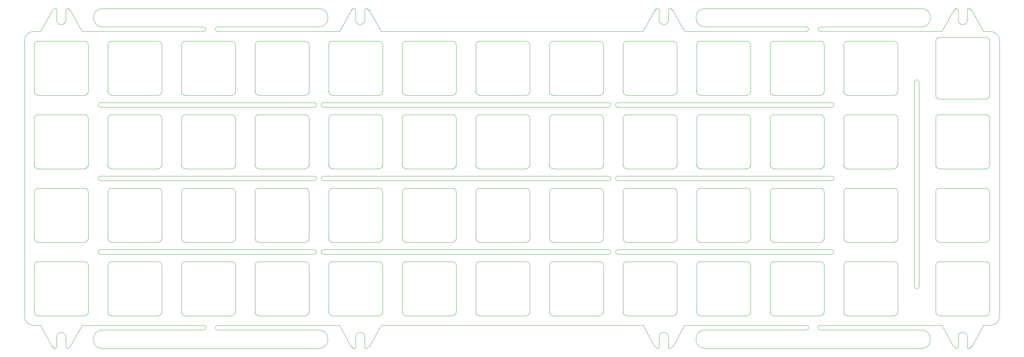
<source format=gbr>
G04 #@! TF.GenerationSoftware,KiCad,Pcbnew,(6.0.1-0)*
G04 #@! TF.CreationDate,2022-04-26T12:30:30-05:00*
G04 #@! TF.ProjectId,plate,706c6174-652e-46b6-9963-61645f706362,rev?*
G04 #@! TF.SameCoordinates,Original*
G04 #@! TF.FileFunction,Profile,NP*
%FSLAX46Y46*%
G04 Gerber Fmt 4.6, Leading zero omitted, Abs format (unit mm)*
G04 Created by KiCad (PCBNEW (6.0.1-0)) date 2022-04-26 12:30:30*
%MOMM*%
%LPD*%
G01*
G04 APERTURE LIST*
G04 #@! TA.AperFunction,Profile*
%ADD10C,0.050000*%
G04 #@! TD*
G04 #@! TA.AperFunction,Profile*
%ADD11C,0.100000*%
G04 #@! TD*
G04 APERTURE END LIST*
D10*
X376833129Y-106561027D02*
X376833129Y-53578170D01*
X378023755Y-106561027D02*
X378023755Y-53578170D01*
X376833129Y-106561027D02*
G75*
G03*
X378023755Y-106561027I595313J0D01*
G01*
X378023755Y-53578170D02*
G75*
G03*
X376833129Y-53578170I-595313J0D01*
G01*
X223837688Y-60126613D02*
X297656500Y-60126613D01*
X223837688Y-58935987D02*
X297656500Y-58935987D01*
X223837688Y-79176629D02*
X297656500Y-79176629D01*
X223837688Y-77986003D02*
X297656500Y-77986003D01*
X300037752Y-79176629D02*
X355401861Y-79176629D01*
X300037752Y-77986003D02*
X355401861Y-77986003D01*
X300037752Y-60126613D02*
X355401861Y-60126613D01*
X300037752Y-58935987D02*
X355401861Y-58935987D01*
X166092327Y-60126613D02*
X221456436Y-60126613D01*
X166092327Y-58935987D02*
X221456436Y-58935987D01*
X166092327Y-77986003D02*
X221456436Y-77986003D01*
X166092327Y-79176629D02*
X221456436Y-79176629D01*
X166092327Y-97036019D02*
X221456436Y-97036019D01*
X221456436Y-98226645D02*
X166092327Y-98226645D01*
X297656500Y-98226645D02*
X223837688Y-98226645D01*
X223837688Y-97036019D02*
X297656500Y-97036019D01*
X223837688Y-97036019D02*
G75*
G03*
X223837688Y-98226645I0J-595313D01*
G01*
X221456436Y-98226645D02*
G75*
G03*
X221456436Y-97036019I0J595313D01*
G01*
X355401861Y-98226645D02*
X300037752Y-98226645D01*
X300037752Y-97036019D02*
X355401861Y-97036019D01*
X300037752Y-97036019D02*
G75*
G03*
X300037752Y-98226645I0J-595313D01*
G01*
X297656500Y-98226645D02*
G75*
G03*
X297656500Y-97036019I0J595313D01*
G01*
X300037752Y-77986003D02*
G75*
G03*
X300037752Y-79176629I0J-595313D01*
G01*
X297656500Y-79176629D02*
G75*
G03*
X297656500Y-77986003I0J595313D01*
G01*
X300037752Y-58935987D02*
G75*
G03*
X300037752Y-60126613I0J-595313D01*
G01*
X297656500Y-60126613D02*
G75*
G03*
X297656500Y-58935987I0J595313D01*
G01*
X223837688Y-77986003D02*
G75*
G03*
X223837688Y-79176629I0J-595313D01*
G01*
X221456436Y-79176629D02*
G75*
G03*
X221456436Y-77986003I0J595313D01*
G01*
X223837688Y-58935987D02*
G75*
G03*
X223837688Y-60126613I0J-595313D01*
G01*
X221456436Y-60126613D02*
G75*
G03*
X221456436Y-58935987I0J595313D01*
G01*
X396479634Y-116681404D02*
G75*
G03*
X398860894Y-114300144I0J2381260D01*
G01*
X396479634Y-116681404D02*
X394693747Y-116681516D01*
X398860894Y-42862716D02*
G75*
G03*
X396479634Y-40481456I-2381260J0D01*
G01*
X396479634Y-40481456D02*
X394693747Y-40481452D01*
X306587423Y-40481452D02*
X238721741Y-40481452D01*
X150615417Y-40481452D02*
X148829842Y-40481468D01*
X148829842Y-116681404D02*
X150615417Y-116681404D01*
X238721741Y-116681535D02*
X306587423Y-116681516D01*
X146448582Y-42862728D02*
X146448582Y-114300156D01*
X148829842Y-40481468D02*
G75*
G03*
X146448582Y-42862728I0J-2381260D01*
G01*
X352425296Y-116681348D02*
X383978113Y-116681516D01*
X231875641Y-122634543D02*
G75*
G03*
X232173390Y-122336887I93J297656D01*
G01*
X222649686Y-122635374D02*
G75*
G03*
X222649686Y-117872198I0J2381588D01*
G01*
X352427752Y-39290994D02*
G75*
G03*
X352427752Y-40481620I0J-595313D01*
G01*
X310159301Y-34528322D02*
X310456870Y-34528444D01*
X390526644Y-122336775D02*
G75*
G03*
X390824300Y-122634524I297656J-93D01*
G01*
X386954678Y-122039333D02*
G75*
G03*
X387549991Y-122634646I2381281J1785968D01*
G01*
X166092327Y-97036019D02*
G75*
G03*
X166092327Y-98226645I0J-595313D01*
G01*
X313135866Y-37504887D02*
X313135774Y-34826100D01*
X313135954Y-122336775D02*
X313135866Y-119658081D01*
X157163860Y-37504887D02*
X157163768Y-34826100D01*
X352425296Y-116681348D02*
G75*
G03*
X352425296Y-117871974I0J-595313D01*
G01*
X158354486Y-35123635D02*
X161331051Y-40481452D01*
X352425296Y-117871974D02*
X378621692Y-117872310D01*
X230982672Y-122039352D02*
G75*
G03*
X231577985Y-122634665I2381281J1785968D01*
G01*
X154782520Y-34826193D02*
X154782608Y-37504887D01*
X310456957Y-122634524D02*
G75*
G03*
X310754706Y-122336868I93J297656D01*
G01*
X230982672Y-122039352D02*
X228006107Y-116681535D01*
X228006107Y-40481452D02*
X196455746Y-40481620D01*
X383978113Y-40481452D02*
X352427752Y-40481620D01*
X313433523Y-34528444D02*
G75*
G03*
X313135774Y-34826100I-93J-297656D01*
G01*
X146448582Y-114300156D02*
G75*
G03*
X148829842Y-116681416I2381260J0D01*
G01*
X390824213Y-34528444D02*
X391121869Y-34528322D01*
X352427752Y-39290994D02*
X378621524Y-39291330D01*
X378621692Y-122635486D02*
G75*
G03*
X378621692Y-117872310I0J2381588D01*
G01*
X387847647Y-122634524D02*
G75*
G03*
X388145396Y-122336868I93J297656D01*
G01*
X348855874Y-39290994D02*
X322659478Y-39290658D01*
X313731179Y-122634646D02*
X313433610Y-122634524D01*
X388145304Y-37504887D02*
G75*
G03*
X390526556Y-37504887I1190626J0D01*
G01*
X231875641Y-122634543D02*
X231577985Y-122634665D01*
X310754614Y-119658081D02*
X310754706Y-122336868D01*
X390526644Y-122336775D02*
X390526556Y-119658081D01*
X387549991Y-34528322D02*
X387847560Y-34528444D01*
X388145216Y-34826193D02*
X388145304Y-37504887D01*
X222649518Y-39291330D02*
G75*
G03*
X222649518Y-34528154I0J2381588D01*
G01*
X154187295Y-34528322D02*
X154484864Y-34528444D01*
X391717182Y-35123635D02*
X394693747Y-40481452D01*
X378621524Y-39291330D02*
G75*
G03*
X378621524Y-34528154I0J2381588D01*
G01*
X161331051Y-116681404D02*
X192881412Y-116681236D01*
X355401861Y-98226645D02*
G75*
G03*
X355401861Y-97036019I0J595313D01*
G01*
X390824213Y-34528444D02*
G75*
G03*
X390526464Y-34826100I-93J-297656D01*
G01*
X309563988Y-122039333D02*
G75*
G03*
X310159301Y-122634646I2381281J1785968D01*
G01*
X309563988Y-35123635D02*
X306587423Y-40481452D01*
X348855874Y-40481620D02*
G75*
G03*
X348855874Y-39290994I0J595313D01*
G01*
X196453290Y-116681236D02*
G75*
G03*
X196453290Y-117871862I0J-595313D01*
G01*
X313433523Y-34528444D02*
X313731179Y-34528322D01*
X232173210Y-34826193D02*
G75*
G03*
X231875554Y-34528444I-297656J93D01*
G01*
X348853418Y-117871974D02*
G75*
G03*
X348853418Y-116681348I0J595313D01*
G01*
X232173210Y-34826193D02*
X232173298Y-37504887D01*
X153592342Y-122039221D02*
G75*
G03*
X154187655Y-122634534I2381281J1785968D01*
G01*
X355401861Y-60126613D02*
G75*
G03*
X355401861Y-58935987I0J595313D01*
G01*
X234554550Y-119658100D02*
G75*
G03*
X232173298Y-119658100I-1190626J0D01*
G01*
X192881412Y-117871862D02*
G75*
G03*
X192881412Y-116681236I0J595313D01*
G01*
X192883868Y-40481620D02*
X161331051Y-40481452D01*
X388145216Y-34826193D02*
G75*
G03*
X387847560Y-34528444I-297656J93D01*
G01*
X231577985Y-34528322D02*
X231875554Y-34528444D01*
X391717182Y-35123635D02*
G75*
G03*
X391121869Y-34528322I-2381281J-1785968D01*
G01*
X234554550Y-37504887D02*
X234554458Y-34826100D01*
X387549991Y-34528322D02*
G75*
G03*
X386954678Y-35123635I1785968J-2381281D01*
G01*
X317303057Y-116681516D02*
X348853418Y-116681348D01*
X230982672Y-35123635D02*
X228006107Y-40481452D01*
X157164220Y-119657969D02*
X157164308Y-122336663D01*
X234852207Y-34528444D02*
X235149863Y-34528322D01*
X154782608Y-37504887D02*
G75*
G03*
X157163860Y-37504887I1190626J0D01*
G01*
X310456957Y-122634524D02*
X310159301Y-122634646D01*
X398860894Y-114300144D02*
X398860894Y-42862716D01*
X314326492Y-35123635D02*
X317303057Y-40481452D01*
X232173298Y-37504887D02*
G75*
G03*
X234554550Y-37504887I1190626J0D01*
G01*
X154782968Y-119657969D02*
X154783060Y-122336756D01*
X234852207Y-34528444D02*
G75*
G03*
X234554458Y-34826100I-93J-297656D01*
G01*
X166687640Y-117871526D02*
G75*
G03*
X166687640Y-122634702I0J-2381588D01*
G01*
X157759533Y-122634534D02*
G75*
G03*
X158354846Y-122039221I-1785968J2381281D01*
G01*
X196455914Y-117871862D02*
X222649686Y-117872198D01*
X166092327Y-77986003D02*
G75*
G03*
X166092327Y-79176629I0J-595313D01*
G01*
X158354846Y-122039221D02*
X161331051Y-116681404D01*
X166687472Y-34527482D02*
X222649518Y-34528154D01*
X313135954Y-122336775D02*
G75*
G03*
X313433610Y-122634524I297656J-93D01*
G01*
X196455746Y-39290994D02*
X222649518Y-39291330D01*
X166092327Y-58935987D02*
G75*
G03*
X166092327Y-60126613I0J-595313D01*
G01*
X322659646Y-117871638D02*
G75*
G03*
X322659646Y-122634814I0J-2381588D01*
G01*
X314326492Y-35123635D02*
G75*
G03*
X313731179Y-34528322I-2381281J-1785968D01*
G01*
X322659478Y-34527482D02*
X378621524Y-34528154D01*
X313731179Y-122634646D02*
G75*
G03*
X314326492Y-122039333I-1785968J2381281D01*
G01*
X309563988Y-122039333D02*
X306587423Y-116681516D01*
X154187295Y-34528322D02*
G75*
G03*
X153591982Y-35123635I1785968J-2381281D01*
G01*
X386954678Y-122039333D02*
X383978113Y-116681516D01*
X310754526Y-34826193D02*
G75*
G03*
X310456870Y-34528444I-297656J93D01*
G01*
X154485311Y-122634412D02*
G75*
G03*
X154783060Y-122336756I93J297656D01*
G01*
X310159301Y-34528322D02*
G75*
G03*
X309563988Y-35123635I1785968J-2381281D01*
G01*
X391121869Y-122634646D02*
X390824300Y-122634524D01*
X157461517Y-34528444D02*
G75*
G03*
X157163768Y-34826100I-93J-297656D01*
G01*
X388145304Y-119658081D02*
X388145396Y-122336868D01*
X153592342Y-122039221D02*
X150615417Y-116681404D01*
X154485311Y-122634412D02*
X154187655Y-122634534D01*
X235745176Y-35123635D02*
G75*
G03*
X235149863Y-34528322I-2381281J-1785968D01*
G01*
X235745176Y-122039352D02*
X238721741Y-116681535D01*
X391121869Y-122634646D02*
G75*
G03*
X391717182Y-122039333I-1785968J2381281D01*
G01*
X157164308Y-122336663D02*
G75*
G03*
X157461964Y-122634412I297656J-93D01*
G01*
X158354486Y-35123635D02*
G75*
G03*
X157759173Y-34528322I-2381281J-1785968D01*
G01*
X390526556Y-119658081D02*
G75*
G03*
X388145304Y-119658081I-1190626J0D01*
G01*
X231577985Y-34528322D02*
G75*
G03*
X230982672Y-35123635I1785968J-2381281D01*
G01*
X192883868Y-39290994D02*
X166687472Y-39290658D01*
X192883868Y-40481620D02*
G75*
G03*
X192883868Y-39290994I0J595313D01*
G01*
X234554638Y-122336794D02*
X234554550Y-119658100D01*
X391717182Y-122039333D02*
X394693747Y-116681516D01*
X310754614Y-37504887D02*
G75*
G03*
X313135866Y-37504887I1190626J0D01*
G01*
X154782520Y-34826193D02*
G75*
G03*
X154484864Y-34528444I-297656J93D01*
G01*
X322659478Y-34527482D02*
G75*
G03*
X322659478Y-39290658I0J-2381588D01*
G01*
X390526556Y-37504887D02*
X390526464Y-34826100D01*
X386954678Y-35123635D02*
X383978113Y-40481452D01*
X232173298Y-119658100D02*
X232173390Y-122336887D01*
X348853418Y-117871974D02*
X322659646Y-117871638D01*
X348855874Y-40481620D02*
X317303057Y-40481452D01*
X387847647Y-122634524D02*
X387549991Y-122634646D01*
X196455746Y-39290994D02*
G75*
G03*
X196455746Y-40481620I0J-595313D01*
G01*
X166687640Y-122634702D02*
X222649686Y-122635374D01*
X313135866Y-119658081D02*
G75*
G03*
X310754614Y-119658081I-1190626J0D01*
G01*
X234554638Y-122336794D02*
G75*
G03*
X234852294Y-122634543I297656J-93D01*
G01*
X153591982Y-35123635D02*
X150615417Y-40481452D01*
X314326492Y-122039333D02*
X317303057Y-116681516D01*
X157461517Y-34528444D02*
X157759173Y-34528322D01*
X310754526Y-34826193D02*
X310754614Y-37504887D01*
X192881412Y-117871862D02*
X166687640Y-117871526D01*
X196453290Y-116681236D02*
X228006107Y-116681404D01*
X235149863Y-122634665D02*
X234852294Y-122634543D01*
X235149863Y-122634665D02*
G75*
G03*
X235745176Y-122039352I-1785968J2381281D01*
G01*
X355401861Y-79176629D02*
G75*
G03*
X355401861Y-77986003I0J595313D01*
G01*
X157164220Y-119657969D02*
G75*
G03*
X154782968Y-119657969I-1190626J0D01*
G01*
X157461964Y-122634412D02*
X157759533Y-122634534D01*
X378621692Y-122635486D02*
X322659646Y-122634814D01*
X235745176Y-35123635D02*
X238721741Y-40481452D01*
X166687472Y-34527482D02*
G75*
G03*
X166687472Y-39290658I0J-2381588D01*
G01*
X148972530Y-56006460D02*
X148972530Y-44006460D01*
X149972530Y-57006460D02*
X161972530Y-57006460D01*
X149972530Y-43006460D02*
X161972530Y-43006460D01*
X162972530Y-44006460D02*
X162972530Y-56006460D01*
X161972530Y-57006460D02*
G75*
G03*
X162972530Y-56006460I1J999999D01*
G01*
X162972530Y-44006460D02*
G75*
G03*
X161972530Y-43006460I-999999J1D01*
G01*
X148972530Y-56006460D02*
G75*
G03*
X149972530Y-57006460I999999J-1D01*
G01*
X149972530Y-43006460D02*
G75*
G03*
X148972530Y-44006460I-1J-999999D01*
G01*
X168022610Y-56006460D02*
X168022610Y-44006460D01*
X169022610Y-43006460D02*
X181022610Y-43006460D01*
X182022610Y-44006460D02*
X182022610Y-56006460D01*
X169022610Y-57006460D02*
X181022610Y-57006460D01*
X182022610Y-44006460D02*
G75*
G03*
X181022610Y-43006460I-999999J1D01*
G01*
X168022610Y-56006460D02*
G75*
G03*
X169022610Y-57006460I999999J-1D01*
G01*
X181022610Y-57006460D02*
G75*
G03*
X182022610Y-56006460I1J999999D01*
G01*
X169022610Y-43006460D02*
G75*
G03*
X168022610Y-44006460I-1J-999999D01*
G01*
X188072690Y-57006460D02*
X200072690Y-57006460D01*
X187072690Y-56006460D02*
X187072690Y-44006460D01*
X201072690Y-44006460D02*
X201072690Y-56006460D01*
X188072690Y-43006460D02*
X200072690Y-43006460D01*
X200072690Y-57006460D02*
G75*
G03*
X201072690Y-56006460I1J999999D01*
G01*
X188072690Y-43006460D02*
G75*
G03*
X187072690Y-44006460I-1J-999999D01*
G01*
X187072690Y-56006460D02*
G75*
G03*
X188072690Y-57006460I999999J-1D01*
G01*
X201072690Y-44006460D02*
G75*
G03*
X200072690Y-43006460I-999999J1D01*
G01*
X206122770Y-56006460D02*
X206122770Y-44006460D01*
X207122770Y-57006460D02*
X219122770Y-57006460D01*
X207122770Y-43006460D02*
X219122770Y-43006460D01*
X220122770Y-44006460D02*
X220122770Y-56006460D01*
X207122770Y-43006460D02*
G75*
G03*
X206122770Y-44006460I-1J-999999D01*
G01*
X219122770Y-57006460D02*
G75*
G03*
X220122770Y-56006460I1J999999D01*
G01*
X220122770Y-44006460D02*
G75*
G03*
X219122770Y-43006460I-999999J1D01*
G01*
X206122770Y-56006460D02*
G75*
G03*
X207122770Y-57006460I999999J-1D01*
G01*
X239172850Y-44006460D02*
X239172850Y-56006460D01*
X225172850Y-56006460D02*
X225172850Y-44006460D01*
X226172850Y-57006460D02*
X238172850Y-57006460D01*
X226172850Y-43006460D02*
X238172850Y-43006460D01*
X226172850Y-43006460D02*
G75*
G03*
X225172850Y-44006460I-1J-999999D01*
G01*
X225172850Y-56006460D02*
G75*
G03*
X226172850Y-57006460I999999J-1D01*
G01*
X239172850Y-44006460D02*
G75*
G03*
X238172850Y-43006460I-999999J1D01*
G01*
X238172850Y-57006460D02*
G75*
G03*
X239172850Y-56006460I1J999999D01*
G01*
X321423250Y-57006460D02*
X333423250Y-57006460D01*
X321423250Y-43006460D02*
X333423250Y-43006460D01*
X334423250Y-44006460D02*
X334423250Y-56006460D01*
X320423250Y-56006460D02*
X320423250Y-44006460D01*
X320423250Y-56006460D02*
G75*
G03*
X321423250Y-57006460I999999J-1D01*
G01*
X321423250Y-43006460D02*
G75*
G03*
X320423250Y-44006460I-1J-999999D01*
G01*
X334423250Y-44006460D02*
G75*
G03*
X333423250Y-43006460I-999999J1D01*
G01*
X333423250Y-57006460D02*
G75*
G03*
X334423250Y-56006460I1J999999D01*
G01*
X339473330Y-56006460D02*
X339473330Y-44006460D01*
X340473330Y-43006460D02*
X352473330Y-43006460D01*
X340473330Y-57006460D02*
X352473330Y-57006460D01*
X353473330Y-44006460D02*
X353473330Y-56006460D01*
X353473330Y-44006460D02*
G75*
G03*
X352473330Y-43006460I-999999J1D01*
G01*
X339473330Y-56006460D02*
G75*
G03*
X340473330Y-57006460I999999J-1D01*
G01*
X352473330Y-57006460D02*
G75*
G03*
X353473330Y-56006460I1J999999D01*
G01*
X340473330Y-43006460D02*
G75*
G03*
X339473330Y-44006460I-1J-999999D01*
G01*
X148972530Y-75056540D02*
X148972530Y-63056540D01*
X149972530Y-76056540D02*
X161972530Y-76056540D01*
X162972530Y-63056540D02*
X162972530Y-75056540D01*
X149972530Y-62056540D02*
X161972530Y-62056540D01*
X161972530Y-76056540D02*
G75*
G03*
X162972530Y-75056540I1J999999D01*
G01*
X149972530Y-62056540D02*
G75*
G03*
X148972530Y-63056540I-1J-999999D01*
G01*
X148972530Y-75056540D02*
G75*
G03*
X149972530Y-76056540I999999J-1D01*
G01*
X162972530Y-63056540D02*
G75*
G03*
X161972530Y-62056540I-999999J1D01*
G01*
X201072690Y-63056540D02*
X201072690Y-75056540D01*
X188072690Y-76056540D02*
X200072690Y-76056540D01*
X188072690Y-62056540D02*
X200072690Y-62056540D01*
X187072690Y-75056540D02*
X187072690Y-63056540D01*
X187072690Y-75056540D02*
G75*
G03*
X188072690Y-76056540I999999J-1D01*
G01*
X201072690Y-63056540D02*
G75*
G03*
X200072690Y-62056540I-999999J1D01*
G01*
X200072690Y-76056540D02*
G75*
G03*
X201072690Y-75056540I1J999999D01*
G01*
X188072690Y-62056540D02*
G75*
G03*
X187072690Y-63056540I-1J-999999D01*
G01*
X239172850Y-63056540D02*
X239172850Y-75056540D01*
X225172850Y-75056540D02*
X225172850Y-63056540D01*
X226172850Y-62056540D02*
X238172850Y-62056540D01*
X226172850Y-76056540D02*
X238172850Y-76056540D01*
X239172850Y-63056540D02*
G75*
G03*
X238172850Y-62056540I-999999J1D01*
G01*
X226172850Y-62056540D02*
G75*
G03*
X225172850Y-63056540I-1J-999999D01*
G01*
X238172850Y-76056540D02*
G75*
G03*
X239172850Y-75056540I1J999999D01*
G01*
X225172850Y-75056540D02*
G75*
G03*
X226172850Y-76056540I999999J-1D01*
G01*
X245222930Y-76056540D02*
X257222930Y-76056540D01*
X258222930Y-63056540D02*
X258222930Y-75056540D01*
X245222930Y-62056540D02*
X257222930Y-62056540D01*
X244222930Y-75056540D02*
X244222930Y-63056540D01*
X244222930Y-75056540D02*
G75*
G03*
X245222930Y-76056540I999999J-1D01*
G01*
X258222930Y-63056540D02*
G75*
G03*
X257222930Y-62056540I-999999J1D01*
G01*
X245222930Y-62056540D02*
G75*
G03*
X244222930Y-63056540I-1J-999999D01*
G01*
X257222930Y-76056540D02*
G75*
G03*
X258222930Y-75056540I1J999999D01*
G01*
X263273010Y-75056540D02*
X263273010Y-63056540D01*
X264273010Y-62056540D02*
X276273010Y-62056540D01*
X264273010Y-76056540D02*
X276273010Y-76056540D01*
X277273010Y-63056540D02*
X277273010Y-75056540D01*
X263273010Y-75056540D02*
G75*
G03*
X264273010Y-76056540I999999J-1D01*
G01*
X264273010Y-62056540D02*
G75*
G03*
X263273010Y-63056540I-1J-999999D01*
G01*
X276273010Y-76056540D02*
G75*
G03*
X277273010Y-75056540I1J999999D01*
G01*
X277273010Y-63056540D02*
G75*
G03*
X276273010Y-62056540I-999999J1D01*
G01*
X296323090Y-63056540D02*
X296323090Y-75056540D01*
X283323090Y-76056540D02*
X295323090Y-76056540D01*
X283323090Y-62056540D02*
X295323090Y-62056540D01*
X282323090Y-75056540D02*
X282323090Y-63056540D01*
X282323090Y-75056540D02*
G75*
G03*
X283323090Y-76056540I999999J-1D01*
G01*
X283323090Y-62056540D02*
G75*
G03*
X282323090Y-63056540I-1J-999999D01*
G01*
X296323090Y-63056540D02*
G75*
G03*
X295323090Y-62056540I-999999J1D01*
G01*
X295323090Y-76056540D02*
G75*
G03*
X296323090Y-75056540I1J999999D01*
G01*
X315373170Y-63056540D02*
X315373170Y-75056540D01*
X301373170Y-75056540D02*
X301373170Y-63056540D01*
X302373170Y-76056540D02*
X314373170Y-76056540D01*
X302373170Y-62056540D02*
X314373170Y-62056540D01*
X302373170Y-62056540D02*
G75*
G03*
X301373170Y-63056540I-1J-999999D01*
G01*
X301373170Y-75056540D02*
G75*
G03*
X302373170Y-76056540I999999J-1D01*
G01*
X314373170Y-76056540D02*
G75*
G03*
X315373170Y-75056540I1J999999D01*
G01*
X315373170Y-63056540D02*
G75*
G03*
X314373170Y-62056540I-999999J1D01*
G01*
X321423250Y-76056540D02*
X333423250Y-76056540D01*
X334423250Y-63056540D02*
X334423250Y-75056540D01*
X321423250Y-62056540D02*
X333423250Y-62056540D01*
X320423250Y-75056540D02*
X320423250Y-63056540D01*
X321423250Y-62056540D02*
G75*
G03*
X320423250Y-63056540I-1J-999999D01*
G01*
X334423250Y-63056540D02*
G75*
G03*
X333423250Y-62056540I-999999J1D01*
G01*
X333423250Y-76056540D02*
G75*
G03*
X334423250Y-75056540I1J999999D01*
G01*
X320423250Y-75056540D02*
G75*
G03*
X321423250Y-76056540I999999J-1D01*
G01*
X340473330Y-62056540D02*
X352473330Y-62056540D01*
X339473330Y-75056540D02*
X339473330Y-63056540D01*
X353473330Y-63056540D02*
X353473330Y-75056540D01*
X340473330Y-76056540D02*
X352473330Y-76056540D01*
X353473330Y-63056540D02*
G75*
G03*
X352473330Y-62056540I-999999J1D01*
G01*
X352473330Y-76056540D02*
G75*
G03*
X353473330Y-75056540I1J999999D01*
G01*
X339473330Y-75056540D02*
G75*
G03*
X340473330Y-76056540I999999J-1D01*
G01*
X340473330Y-62056540D02*
G75*
G03*
X339473330Y-63056540I-1J-999999D01*
G01*
X358523410Y-75056540D02*
X358523410Y-63056540D01*
X359523410Y-76056540D02*
X371523410Y-76056540D01*
X372523410Y-63056540D02*
X372523410Y-75056540D01*
X359523410Y-62056540D02*
X371523410Y-62056540D01*
X358523410Y-75056540D02*
G75*
G03*
X359523410Y-76056540I999999J-1D01*
G01*
X359523410Y-62056540D02*
G75*
G03*
X358523410Y-63056540I-1J-999999D01*
G01*
X372523410Y-63056540D02*
G75*
G03*
X371523410Y-62056540I-999999J1D01*
G01*
X371523410Y-76056540D02*
G75*
G03*
X372523410Y-75056540I1J999999D01*
G01*
X162972530Y-82106620D02*
X162972530Y-94106620D01*
X148972530Y-94106620D02*
X148972530Y-82106620D01*
X149972530Y-81106620D02*
X161972530Y-81106620D01*
X149972530Y-95106620D02*
X161972530Y-95106620D01*
X148972530Y-94106620D02*
G75*
G03*
X149972530Y-95106620I999999J-1D01*
G01*
X162972530Y-82106620D02*
G75*
G03*
X161972530Y-81106620I-999999J1D01*
G01*
X161972530Y-95106620D02*
G75*
G03*
X162972530Y-94106620I1J999999D01*
G01*
X149972530Y-81106620D02*
G75*
G03*
X148972530Y-82106620I-1J-999999D01*
G01*
X169022610Y-81106620D02*
X181022610Y-81106620D01*
X169022610Y-95106620D02*
X181022610Y-95106620D01*
X168022610Y-94106620D02*
X168022610Y-82106620D01*
X182022610Y-82106620D02*
X182022610Y-94106620D01*
X181022610Y-95106620D02*
G75*
G03*
X182022610Y-94106620I1J999999D01*
G01*
X168022610Y-94106620D02*
G75*
G03*
X169022610Y-95106620I999999J-1D01*
G01*
X182022610Y-82106620D02*
G75*
G03*
X181022610Y-81106620I-999999J1D01*
G01*
X169022610Y-81106620D02*
G75*
G03*
X168022610Y-82106620I-1J-999999D01*
G01*
X187072690Y-94106620D02*
X187072690Y-82106620D01*
X201072690Y-82106620D02*
X201072690Y-94106620D01*
X188072690Y-81106620D02*
X200072690Y-81106620D01*
X188072690Y-95106620D02*
X200072690Y-95106620D01*
X187072690Y-94106620D02*
G75*
G03*
X188072690Y-95106620I999999J-1D01*
G01*
X188072690Y-81106620D02*
G75*
G03*
X187072690Y-82106620I-1J-999999D01*
G01*
X201072690Y-82106620D02*
G75*
G03*
X200072690Y-81106620I-999999J1D01*
G01*
X200072690Y-95106620D02*
G75*
G03*
X201072690Y-94106620I1J999999D01*
G01*
X207122770Y-95106620D02*
X219122770Y-95106620D01*
X206122770Y-94106620D02*
X206122770Y-82106620D01*
X220122770Y-82106620D02*
X220122770Y-94106620D01*
X207122770Y-81106620D02*
X219122770Y-81106620D01*
X220122770Y-82106620D02*
G75*
G03*
X219122770Y-81106620I-999999J1D01*
G01*
X219122770Y-95106620D02*
G75*
G03*
X220122770Y-94106620I1J999999D01*
G01*
X206122770Y-94106620D02*
G75*
G03*
X207122770Y-95106620I999999J-1D01*
G01*
X207122770Y-81106620D02*
G75*
G03*
X206122770Y-82106620I-1J-999999D01*
G01*
X226172850Y-81106620D02*
X238172850Y-81106620D01*
X225172850Y-94106620D02*
X225172850Y-82106620D01*
X226172850Y-95106620D02*
X238172850Y-95106620D01*
X239172850Y-82106620D02*
X239172850Y-94106620D01*
X238172850Y-95106620D02*
G75*
G03*
X239172850Y-94106620I1J999999D01*
G01*
X225172850Y-94106620D02*
G75*
G03*
X226172850Y-95106620I999999J-1D01*
G01*
X239172850Y-82106620D02*
G75*
G03*
X238172850Y-81106620I-999999J1D01*
G01*
X226172850Y-81106620D02*
G75*
G03*
X225172850Y-82106620I-1J-999999D01*
G01*
X245222930Y-81106620D02*
X257222930Y-81106620D01*
X245222930Y-95106620D02*
X257222930Y-95106620D01*
X244222930Y-94106620D02*
X244222930Y-82106620D01*
X258222930Y-82106620D02*
X258222930Y-94106620D01*
X258222930Y-82106620D02*
G75*
G03*
X257222930Y-81106620I-999999J1D01*
G01*
X244222930Y-94106620D02*
G75*
G03*
X245222930Y-95106620I999999J-1D01*
G01*
X245222930Y-81106620D02*
G75*
G03*
X244222930Y-82106620I-1J-999999D01*
G01*
X257222930Y-95106620D02*
G75*
G03*
X258222930Y-94106620I1J999999D01*
G01*
X264273010Y-81106620D02*
X276273010Y-81106620D01*
X277273010Y-82106620D02*
X277273010Y-94106620D01*
X263273010Y-94106620D02*
X263273010Y-82106620D01*
X264273010Y-95106620D02*
X276273010Y-95106620D01*
X277273010Y-82106620D02*
G75*
G03*
X276273010Y-81106620I-999999J1D01*
G01*
X263273010Y-94106620D02*
G75*
G03*
X264273010Y-95106620I999999J-1D01*
G01*
X264273010Y-81106620D02*
G75*
G03*
X263273010Y-82106620I-1J-999999D01*
G01*
X276273010Y-95106620D02*
G75*
G03*
X277273010Y-94106620I1J999999D01*
G01*
X282323090Y-94106620D02*
X282323090Y-82106620D01*
X296323090Y-82106620D02*
X296323090Y-94106620D01*
X283323090Y-95106620D02*
X295323090Y-95106620D01*
X283323090Y-81106620D02*
X295323090Y-81106620D01*
X282323090Y-94106620D02*
G75*
G03*
X283323090Y-95106620I999999J-1D01*
G01*
X283323090Y-81106620D02*
G75*
G03*
X282323090Y-82106620I-1J-999999D01*
G01*
X295323090Y-95106620D02*
G75*
G03*
X296323090Y-94106620I1J999999D01*
G01*
X296323090Y-82106620D02*
G75*
G03*
X295323090Y-81106620I-999999J1D01*
G01*
X302373170Y-81106620D02*
X314373170Y-81106620D01*
X302373170Y-95106620D02*
X314373170Y-95106620D01*
X315373170Y-82106620D02*
X315373170Y-94106620D01*
X301373170Y-94106620D02*
X301373170Y-82106620D01*
X302373170Y-81106620D02*
G75*
G03*
X301373170Y-82106620I-1J-999999D01*
G01*
X315373170Y-82106620D02*
G75*
G03*
X314373170Y-81106620I-999999J1D01*
G01*
X301373170Y-94106620D02*
G75*
G03*
X302373170Y-95106620I999999J-1D01*
G01*
X314373170Y-95106620D02*
G75*
G03*
X315373170Y-94106620I1J999999D01*
G01*
X321423250Y-81106620D02*
X333423250Y-81106620D01*
X321423250Y-95106620D02*
X333423250Y-95106620D01*
X320423250Y-94106620D02*
X320423250Y-82106620D01*
X334423250Y-82106620D02*
X334423250Y-94106620D01*
X334423250Y-82106620D02*
G75*
G03*
X333423250Y-81106620I-999999J1D01*
G01*
X321423250Y-81106620D02*
G75*
G03*
X320423250Y-82106620I-1J-999999D01*
G01*
X333423250Y-95106620D02*
G75*
G03*
X334423250Y-94106620I1J999999D01*
G01*
X320423250Y-94106620D02*
G75*
G03*
X321423250Y-95106620I999999J-1D01*
G01*
X353473330Y-82106620D02*
X353473330Y-94106620D01*
X340473330Y-95106620D02*
X352473330Y-95106620D01*
X339473330Y-94106620D02*
X339473330Y-82106620D01*
X340473330Y-81106620D02*
X352473330Y-81106620D01*
X352473330Y-95106620D02*
G75*
G03*
X353473330Y-94106620I1J999999D01*
G01*
X340473330Y-81106620D02*
G75*
G03*
X339473330Y-82106620I-1J-999999D01*
G01*
X353473330Y-82106620D02*
G75*
G03*
X352473330Y-81106620I-999999J1D01*
G01*
X339473330Y-94106620D02*
G75*
G03*
X340473330Y-95106620I999999J-1D01*
G01*
X372523410Y-82106620D02*
X372523410Y-94106620D01*
X358523410Y-94106620D02*
X358523410Y-82106620D01*
X359523410Y-81106620D02*
X371523410Y-81106620D01*
X359523410Y-95106620D02*
X371523410Y-95106620D01*
X371523410Y-95106620D02*
G75*
G03*
X372523410Y-94106620I1J999999D01*
G01*
X359523410Y-81106620D02*
G75*
G03*
X358523410Y-82106620I-1J-999999D01*
G01*
X358523410Y-94106620D02*
G75*
G03*
X359523410Y-95106620I999999J-1D01*
G01*
X372523410Y-82106620D02*
G75*
G03*
X371523410Y-81106620I-999999J1D01*
G01*
X182022610Y-101156700D02*
X182022610Y-113156700D01*
X169022610Y-114156700D02*
X181022610Y-114156700D01*
X169022610Y-100156700D02*
X181022610Y-100156700D01*
X168022610Y-113156700D02*
X168022610Y-101156700D01*
X182022610Y-101156700D02*
G75*
G03*
X181022610Y-100156700I-999999J1D01*
G01*
X169022610Y-100156700D02*
G75*
G03*
X168022610Y-101156700I-1J-999999D01*
G01*
X181022610Y-114156700D02*
G75*
G03*
X182022610Y-113156700I1J999999D01*
G01*
X168022610Y-113156700D02*
G75*
G03*
X169022610Y-114156700I999999J-1D01*
G01*
X187072690Y-113156700D02*
X187072690Y-101156700D01*
X188072690Y-114156700D02*
X200072690Y-114156700D01*
X188072690Y-100156700D02*
X200072690Y-100156700D01*
X201072690Y-101156700D02*
X201072690Y-113156700D01*
X188072690Y-100156700D02*
G75*
G03*
X187072690Y-101156700I-1J-999999D01*
G01*
X187072690Y-113156700D02*
G75*
G03*
X188072690Y-114156700I999999J-1D01*
G01*
X200072690Y-114156700D02*
G75*
G03*
X201072690Y-113156700I1J999999D01*
G01*
X201072690Y-101156700D02*
G75*
G03*
X200072690Y-100156700I-999999J1D01*
G01*
X207122770Y-100156700D02*
X219122770Y-100156700D01*
X206122770Y-113156700D02*
X206122770Y-101156700D01*
X220122770Y-101156700D02*
X220122770Y-113156700D01*
X207122770Y-114156700D02*
X219122770Y-114156700D01*
X219122770Y-114156700D02*
G75*
G03*
X220122770Y-113156700I1J999999D01*
G01*
X207122770Y-100156700D02*
G75*
G03*
X206122770Y-101156700I-1J-999999D01*
G01*
X206122770Y-113156700D02*
G75*
G03*
X207122770Y-114156700I999999J-1D01*
G01*
X220122770Y-101156700D02*
G75*
G03*
X219122770Y-100156700I-999999J1D01*
G01*
X226172850Y-100156700D02*
X238172850Y-100156700D01*
X225172850Y-113156700D02*
X225172850Y-101156700D01*
X226172850Y-114156700D02*
X238172850Y-114156700D01*
X239172850Y-101156700D02*
X239172850Y-113156700D01*
X239172850Y-101156700D02*
G75*
G03*
X238172850Y-100156700I-999999J1D01*
G01*
X225172850Y-113156700D02*
G75*
G03*
X226172850Y-114156700I999999J-1D01*
G01*
X226172850Y-100156700D02*
G75*
G03*
X225172850Y-101156700I-1J-999999D01*
G01*
X238172850Y-114156700D02*
G75*
G03*
X239172850Y-113156700I1J999999D01*
G01*
X245222930Y-100156700D02*
X257222930Y-100156700D01*
X258222930Y-101156700D02*
X258222930Y-113156700D01*
X244222930Y-113156700D02*
X244222930Y-101156700D01*
X245222930Y-114156700D02*
X257222930Y-114156700D01*
X258222930Y-101156700D02*
G75*
G03*
X257222930Y-100156700I-999999J1D01*
G01*
X245222930Y-100156700D02*
G75*
G03*
X244222930Y-101156700I-1J-999999D01*
G01*
X244222930Y-113156700D02*
G75*
G03*
X245222930Y-114156700I999999J-1D01*
G01*
X257222930Y-114156700D02*
G75*
G03*
X258222930Y-113156700I1J999999D01*
G01*
X264273010Y-114156700D02*
X276273010Y-114156700D01*
X263273010Y-113156700D02*
X263273010Y-101156700D01*
X264273010Y-100156700D02*
X276273010Y-100156700D01*
X277273010Y-101156700D02*
X277273010Y-113156700D01*
X263273010Y-113156700D02*
G75*
G03*
X264273010Y-114156700I999999J-1D01*
G01*
X277273010Y-101156700D02*
G75*
G03*
X276273010Y-100156700I-999999J1D01*
G01*
X276273010Y-114156700D02*
G75*
G03*
X277273010Y-113156700I1J999999D01*
G01*
X264273010Y-100156700D02*
G75*
G03*
X263273010Y-101156700I-1J-999999D01*
G01*
X282323090Y-113156700D02*
X282323090Y-101156700D01*
X296323090Y-101156700D02*
X296323090Y-113156700D01*
X283323090Y-114156700D02*
X295323090Y-114156700D01*
X283323090Y-100156700D02*
X295323090Y-100156700D01*
X282323090Y-113156700D02*
G75*
G03*
X283323090Y-114156700I999999J-1D01*
G01*
X295323090Y-114156700D02*
G75*
G03*
X296323090Y-113156700I1J999999D01*
G01*
X296323090Y-101156700D02*
G75*
G03*
X295323090Y-100156700I-999999J1D01*
G01*
X283323090Y-100156700D02*
G75*
G03*
X282323090Y-101156700I-1J-999999D01*
G01*
X302373170Y-100156700D02*
X314373170Y-100156700D01*
X302373170Y-114156700D02*
X314373170Y-114156700D01*
X315373170Y-101156700D02*
X315373170Y-113156700D01*
X301373170Y-113156700D02*
X301373170Y-101156700D01*
X315373170Y-101156700D02*
G75*
G03*
X314373170Y-100156700I-999999J1D01*
G01*
X301373170Y-113156700D02*
G75*
G03*
X302373170Y-114156700I999999J-1D01*
G01*
X314373170Y-114156700D02*
G75*
G03*
X315373170Y-113156700I1J999999D01*
G01*
X302373170Y-100156700D02*
G75*
G03*
X301373170Y-101156700I-1J-999999D01*
G01*
X320423250Y-113156700D02*
X320423250Y-101156700D01*
X334423250Y-101156700D02*
X334423250Y-113156700D01*
X321423250Y-114156700D02*
X333423250Y-114156700D01*
X321423250Y-100156700D02*
X333423250Y-100156700D01*
X333423250Y-114156700D02*
G75*
G03*
X334423250Y-113156700I1J999999D01*
G01*
X321423250Y-100156700D02*
G75*
G03*
X320423250Y-101156700I-1J-999999D01*
G01*
X320423250Y-113156700D02*
G75*
G03*
X321423250Y-114156700I999999J-1D01*
G01*
X334423250Y-101156700D02*
G75*
G03*
X333423250Y-100156700I-999999J1D01*
G01*
X340473330Y-114160000D02*
X352473330Y-114160000D01*
X353473330Y-101160000D02*
X353473330Y-113160000D01*
X340473330Y-100160000D02*
X352473330Y-100160000D01*
X339473330Y-113160000D02*
X339473330Y-101160000D01*
X340473330Y-100160000D02*
G75*
G03*
X339473330Y-101160000I-1J-999999D01*
G01*
X353473330Y-101160000D02*
G75*
G03*
X352473330Y-100160000I-999999J1D01*
G01*
X339473330Y-113160000D02*
G75*
G03*
X340473330Y-114160000I999999J-1D01*
G01*
X352473330Y-114160000D02*
G75*
G03*
X353473330Y-113160000I1J999999D01*
G01*
X359523410Y-100156700D02*
X371523410Y-100156700D01*
X359523410Y-114156700D02*
X371523410Y-114156700D01*
X358523410Y-113156700D02*
X358523410Y-101156700D01*
X372523410Y-101156700D02*
X372523410Y-113156700D01*
X371523410Y-114156700D02*
G75*
G03*
X372523410Y-113156700I1J999999D01*
G01*
X372523410Y-101156700D02*
G75*
G03*
X371523410Y-100156700I-999999J1D01*
G01*
X359523410Y-100156700D02*
G75*
G03*
X358523410Y-101156700I-1J-999999D01*
G01*
X358523410Y-113156700D02*
G75*
G03*
X359523410Y-114156700I999999J-1D01*
G01*
X149972530Y-114156700D02*
X161972530Y-114156700D01*
X149972530Y-100156700D02*
X161972530Y-100156700D01*
X162972530Y-101156700D02*
X162972530Y-113156700D01*
X148972530Y-113156700D02*
X148972530Y-101156700D01*
X162972530Y-101156700D02*
G75*
G03*
X161972530Y-100156700I-999999J1D01*
G01*
X148972530Y-113156700D02*
G75*
G03*
X149972530Y-114156700I999999J-1D01*
G01*
X149972530Y-100156700D02*
G75*
G03*
X148972530Y-101156700I-1J-999999D01*
G01*
X161972530Y-114156700D02*
G75*
G03*
X162972530Y-113156700I1J999999D01*
G01*
X182022610Y-63056540D02*
X182022610Y-75056540D01*
X169022610Y-62056540D02*
X181022610Y-62056540D01*
X169022610Y-76056540D02*
X181022610Y-76056540D01*
X168022610Y-75056540D02*
X168022610Y-63056540D01*
X169022610Y-62056540D02*
G75*
G03*
X168022610Y-63056540I-1J-999999D01*
G01*
X182022610Y-63056540D02*
G75*
G03*
X181022610Y-62056540I-999999J1D01*
G01*
X168022610Y-75056540D02*
G75*
G03*
X169022610Y-76056540I999999J-1D01*
G01*
X181022610Y-76056540D02*
G75*
G03*
X182022610Y-75056540I1J999999D01*
G01*
X382335890Y-94106428D02*
X382335890Y-82106428D01*
X383335890Y-95106428D02*
X395335890Y-95106428D01*
X383335890Y-81106428D02*
X395335890Y-81106428D01*
X396335890Y-82106428D02*
X396335890Y-94106428D01*
X395335890Y-95106428D02*
G75*
G03*
X396335890Y-94106428I1J999999D01*
G01*
X396335890Y-82106428D02*
G75*
G03*
X395335890Y-81106428I-999999J1D01*
G01*
X382335890Y-94106428D02*
G75*
G03*
X383335890Y-95106428I999999J-1D01*
G01*
X383335890Y-81106428D02*
G75*
G03*
X382335890Y-82106428I-1J-999999D01*
G01*
X383335890Y-76056444D02*
X395335890Y-76056444D01*
X396335890Y-63056444D02*
X396335890Y-75056444D01*
X383335890Y-62056444D02*
X395335890Y-62056444D01*
X382335890Y-75056444D02*
X382335890Y-63056444D01*
X395335890Y-76056444D02*
G75*
G03*
X396335890Y-75056444I1J999999D01*
G01*
X383335890Y-62056444D02*
G75*
G03*
X382335890Y-63056444I-1J-999999D01*
G01*
X382335890Y-75056444D02*
G75*
G03*
X383335890Y-76056444I999999J-1D01*
G01*
X396335890Y-63056444D02*
G75*
G03*
X395335890Y-62056444I-999999J1D01*
G01*
D11*
X396336010Y-57006460D02*
X396336010Y-43006460D01*
X395336010Y-42006460D02*
X383336010Y-42006460D01*
X383336010Y-58006460D02*
X395336010Y-58006460D01*
X382336010Y-57006460D02*
X382336010Y-43006460D01*
X396336009Y-56531460D02*
X396336009Y-56531460D01*
X396336010Y-43006460D02*
G75*
G03*
X395336010Y-42006460I-999999J1D01*
G01*
X395336010Y-58006460D02*
G75*
G03*
X396336010Y-57006460I1J999999D01*
G01*
X383336010Y-42006460D02*
G75*
G03*
X382336010Y-43006460I-1J-999999D01*
G01*
X382336010Y-57006460D02*
G75*
G03*
X383336010Y-58006460I999999J-1D01*
G01*
D10*
X358523410Y-56006460D02*
X358523410Y-44006460D01*
X359523410Y-57006460D02*
X371523410Y-57006460D01*
X372523410Y-44006460D02*
X372523410Y-56006460D01*
X359523410Y-43006460D02*
X371523410Y-43006460D01*
X358523410Y-56006460D02*
G75*
G03*
X359523410Y-57006460I999999J-1D01*
G01*
X359523410Y-43006460D02*
G75*
G03*
X358523410Y-44006460I-1J-999999D01*
G01*
X371523410Y-57006460D02*
G75*
G03*
X372523410Y-56006460I1J999999D01*
G01*
X372523410Y-44006460D02*
G75*
G03*
X371523410Y-43006460I-999999J1D01*
G01*
X383336010Y-100156700D02*
X395336010Y-100156700D01*
X383336010Y-114156700D02*
X395336010Y-114156700D01*
X382336010Y-113156700D02*
X382336010Y-101156700D01*
X396336010Y-101156700D02*
X396336010Y-113156700D01*
X382336010Y-113156700D02*
G75*
G03*
X383336010Y-114156700I999999J-1D01*
G01*
X395336010Y-114156700D02*
G75*
G03*
X396336010Y-113156700I1J999999D01*
G01*
X383336010Y-100156700D02*
G75*
G03*
X382336010Y-101156700I-1J-999999D01*
G01*
X396336010Y-101156700D02*
G75*
G03*
X395336010Y-100156700I-999999J1D01*
G01*
X207122770Y-62056540D02*
X219122770Y-62056540D01*
X207122770Y-76056540D02*
X219122770Y-76056540D01*
X206122770Y-75056540D02*
X206122770Y-63056540D01*
X220122770Y-63056540D02*
X220122770Y-75056540D01*
X219122770Y-76056540D02*
G75*
G03*
X220122770Y-75056540I1J999999D01*
G01*
X207122770Y-62056540D02*
G75*
G03*
X206122770Y-63056540I-1J-999999D01*
G01*
X220122770Y-63056540D02*
G75*
G03*
X219122770Y-62056540I-999999J1D01*
G01*
X206122770Y-75056540D02*
G75*
G03*
X207122770Y-76056540I999999J-1D01*
G01*
X245223314Y-43006460D02*
X257223314Y-43006460D01*
X244223314Y-56006460D02*
X244223314Y-44006460D01*
X245223314Y-57006460D02*
X257223314Y-57006460D01*
X258223314Y-44006460D02*
X258223314Y-56006460D01*
X258223314Y-44006460D02*
G75*
G03*
X257223314Y-43006460I-999999J1D01*
G01*
X257223314Y-57006460D02*
G75*
G03*
X258223314Y-56006460I1J999999D01*
G01*
X244223314Y-56006460D02*
G75*
G03*
X245223314Y-57006460I999999J-1D01*
G01*
X245223314Y-43006460D02*
G75*
G03*
X244223314Y-44006460I-1J-999999D01*
G01*
X264273330Y-57006460D02*
X276273330Y-57006460D01*
X277273330Y-44006460D02*
X277273330Y-56006460D01*
X263273330Y-56006460D02*
X263273330Y-44006460D01*
X264273330Y-43006460D02*
X276273330Y-43006460D01*
X276273330Y-57006460D02*
G75*
G03*
X277273330Y-56006460I1J999999D01*
G01*
X264273330Y-43006460D02*
G75*
G03*
X263273330Y-44006460I-1J-999999D01*
G01*
X277273330Y-44006460D02*
G75*
G03*
X276273330Y-43006460I-999999J1D01*
G01*
X263273330Y-56006460D02*
G75*
G03*
X264273330Y-57006460I999999J-1D01*
G01*
X283323346Y-43006460D02*
X295323346Y-43006460D01*
X282323346Y-56006460D02*
X282323346Y-44006460D01*
X296323346Y-44006460D02*
X296323346Y-56006460D01*
X283323346Y-57006460D02*
X295323346Y-57006460D01*
X295323346Y-57006460D02*
G75*
G03*
X296323346Y-56006460I1J999999D01*
G01*
X283323346Y-43006460D02*
G75*
G03*
X282323346Y-44006460I-1J-999999D01*
G01*
X296323346Y-44006460D02*
G75*
G03*
X295323346Y-43006460I-999999J1D01*
G01*
X282323346Y-56006460D02*
G75*
G03*
X283323346Y-57006460I999999J-1D01*
G01*
X302373362Y-43006460D02*
X314373362Y-43006460D01*
X315373362Y-44006460D02*
X315373362Y-56006460D01*
X302373362Y-57006460D02*
X314373362Y-57006460D01*
X301373362Y-56006460D02*
X301373362Y-44006460D01*
X302373362Y-43006460D02*
G75*
G03*
X301373362Y-44006460I-1J-999999D01*
G01*
X315373362Y-44006460D02*
G75*
G03*
X314373362Y-43006460I-999999J1D01*
G01*
X301373362Y-56006460D02*
G75*
G03*
X302373362Y-57006460I999999J-1D01*
G01*
X314373362Y-57006460D02*
G75*
G03*
X315373362Y-56006460I1J999999D01*
G01*
M02*

</source>
